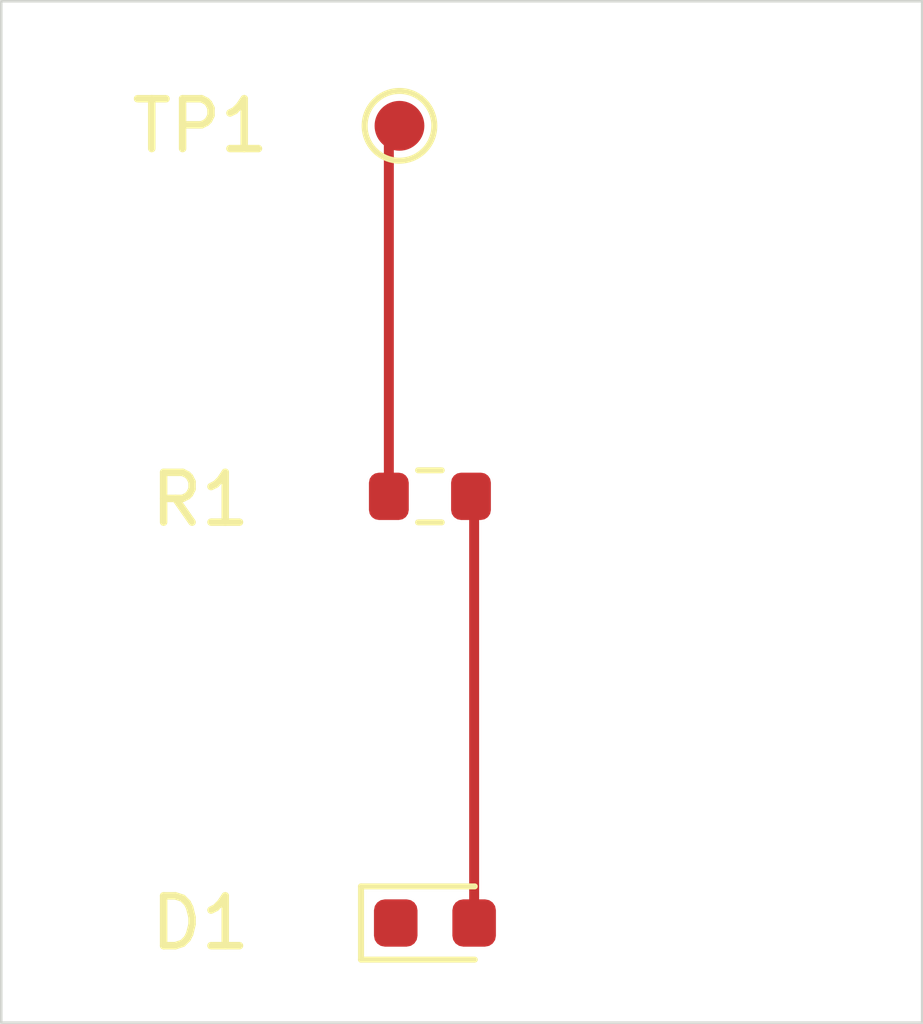
<source format=kicad_pcb>
(kicad_pcb (version 20241229) (generator "pcbnew") (generator_version "9.0")
  (layers (0 "F.Cu" signal) (2 "B.Cu" signal) (13 "F.Paste" user) (15 "B.Paste" user) (5 "F.SilkS" user "F.Silkscreen") (7 "B.SilkS" user "B.Silkscreen") (1 "F.Mask" user) (3 "B.Mask" user) (25 "Edge.Cuts" user))
  (net 0 "")
  (net 1 "Net-(D1-A)")
  (net 2 "GND")
  (net 3 "+5V")
  (footprint "LED_SMD:LED_0603_1608Metric" (layer "F.Cu") (at 150.2125 106.5)
    (property "Reference" "D1" (at -4.7125 0 0) (layer "F.SilkS"))
    (property "Value" "LED")
    (fp_line (start -1.485 -0.735) (end -1.485 0.735) (stroke (width 0.12)) (layer "F.SilkS"))
    (fp_line (start -1.485 0.735) (end 0.8 0.735) (stroke (width 0.12)) (layer "F.SilkS"))
    (fp_line (start 0.8 -0.735) (end -1.485 -0.735) (stroke (width 0.12)) (layer "F.SilkS"))
    (pad "1" smd roundrect (at -0.7875 0) (size 0.875 0.95) (layers "F.Cu" "F.Mask" "F.Paste") (net 2 "GND"))
    (pad "2" smd roundrect (at 0.7875 0) (size 0.875 0.95) (layers "F.Cu" "F.Mask" "F.Paste") (net 1 "Net-(D1-A)"))
  )
  (footprint "Resistor_SMD:R_0603_1608Metric" (layer "F.Cu") (at 150.1115 97.9365)
    (property "Reference" "R1" (at -4.6115 0.0635 0) (layer "F.SilkS"))
    (property "Value" "R")
    (fp_line (start -0.237258 -0.5225) (end 0.237258 -0.5225) (stroke (width 0.12)) (layer "F.SilkS"))
    (fp_line (start -0.237258 0.5225) (end 0.237258 0.5225) (stroke (width 0.12)) (layer "F.SilkS"))
    (pad "1" smd roundrect (at -0.825 0) (size 0.8 0.95) (layers "F.Cu" "F.Mask" "F.Paste") (net 3 "+5V"))
    (pad "2" smd roundrect (at 0.825 0) (size 0.8 0.95) (layers "F.Cu" "F.Mask" "F.Paste") (net 1 "Net-(D1-A)"))
  )
  (footprint "TestPoint:TestPoint_Pad_D1.0mm" (layer "F.Cu") (at 149.5 90.5)
    (property "Reference" "TP1" (at -4 0.002 0) (layer "F.SilkS"))
    (property "Value" "TestPoint")
    (fp_circle (center 0 0) (end 0 0.7) (stroke (width 0.12)) (fill no) (layer "F.SilkS"))
    (pad "1" smd circle (at 0 0) (size 1 1) (layers "F.Cu" "F.Mask") (net 3 "+5V"))
  )
  (gr_rect (start 141.5 88) (end 160 108.5) (stroke (width 0.05)) (fill no) (layer "Edge.Cuts"))
  (segment (start 150.9365 97.9365) (end 151 98) (width 0.2) (layer "F.Cu") (net 1))
  (segment (start 151 98) (end 151 106.5) (width 0.2) (layer "F.Cu") (net 1))
  (segment (start 149.2865 90.7135) (end 149.5 90.5) (width 0.2) (layer "F.Cu") (net 3))
  (segment (start 149.2865 97.9365) (end 149.2865 90.7135) (width 0.2) (layer "F.Cu") (net 3))
  (segment (start 149 97.65) (end 149.2865 97.9365) (width 0.2) (layer "F.Cu") (net 3))
)
</source>
